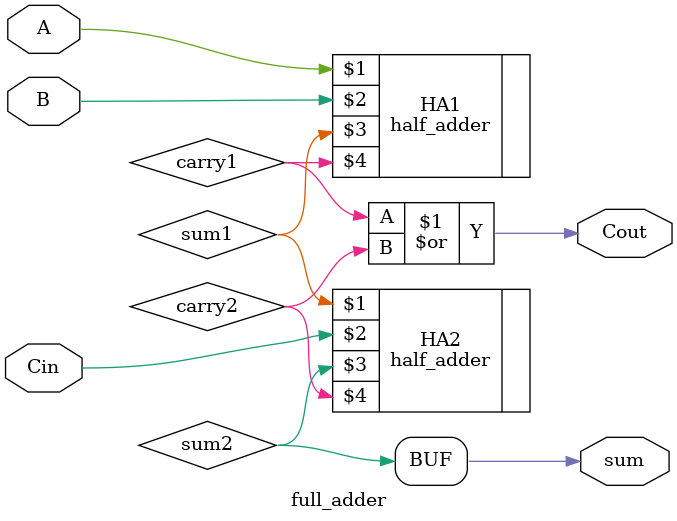
<source format=v>
module full_adder (
    input A,
    input B,
    input Cin,
    output sum,
    output Cout
);
    wire sum1, carry1, sum2, carry2;
    half_adder HA1(A, B, sum1, carry1);
    half_adder HA2(sum1, Cin, sum2, carry2);
    assign sum = sum2;
    assign Cout = carry1 | carry2;

endmodule
</source>
